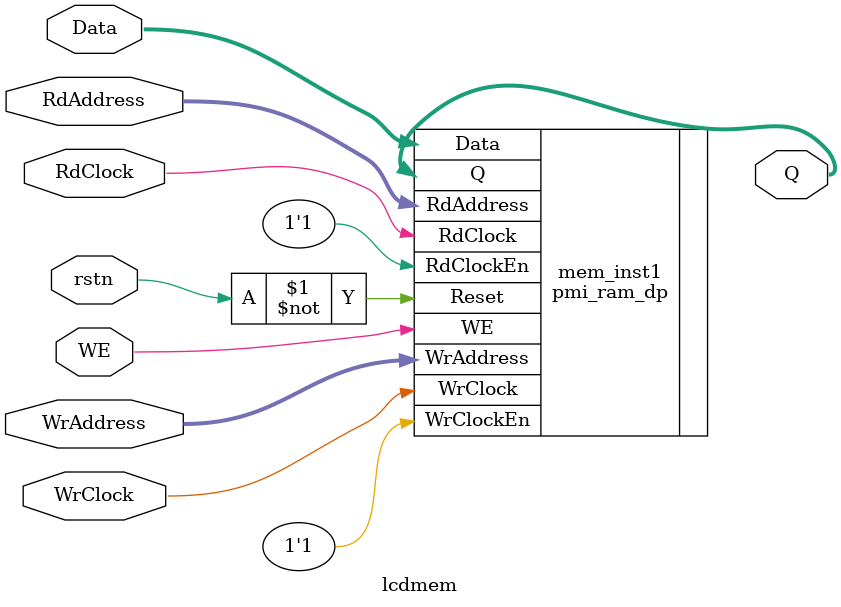
<source format=v>


`timescale 1 ns/ 1ns

module lcdmem (
         Data,      // Data
         WrAddress, // Write address
         RdAddress, // Read address
         WrClock,   // Write clock
         RdClock,   // Read clock
         WE,        // Write Enable
         rstn,      // system reset
         Q          // Data output
         );

// ------------ input ports
   input   [7:0]                 Data;
   input   [7:0]                 WrAddress;
   input   [7:0]                 RdAddress;
   input           	         WrClock;
   input           	         RdClock;
   input    	                 WE;
   input    	                 rstn;

// ------------ output ports
   output  [7:0]                 Q;

// ------------ internal wires
   wire    [7:0]                 Data;
   wire    [7:0]                 WrAddress;
   wire    [7:0]                 RdAddress;
   wire    [7:0]                 Q;

// ------------ Instantiating the PMI memory
   pmi_ram_dp 
      #(
      .pmi_wr_addr_depth(256),
      .pmi_wr_addr_width(8),
      .pmi_wr_data_width(8),
      .pmi_rd_addr_depth(256),
      .pmi_rd_addr_width(8),
      .pmi_rd_data_width(8),
      .pmi_regmode("reg"),
      .pmi_gsr("disable"),
      .pmi_resetmode("async"),
      .pmi_init_file("lcddata.mem"),
      .pmi_init_file_format("binary"),
      .pmi_family("ECP2M"),
      .module_type("pmi_ram_dp")
      )
   mem_inst1
      (
      .Data(Data),
      .WrAddress(WrAddress),
      .RdAddress(RdAddress),
      .WrClock(WrClock),
      .RdClock(RdClock),
      .WrClockEn(1'b1),
      .RdClockEn(1'b1),
      .WE(WE),
      .Reset(~rstn),
      .Q(Q)
      );


endmodule 

// $Log: $

</source>
